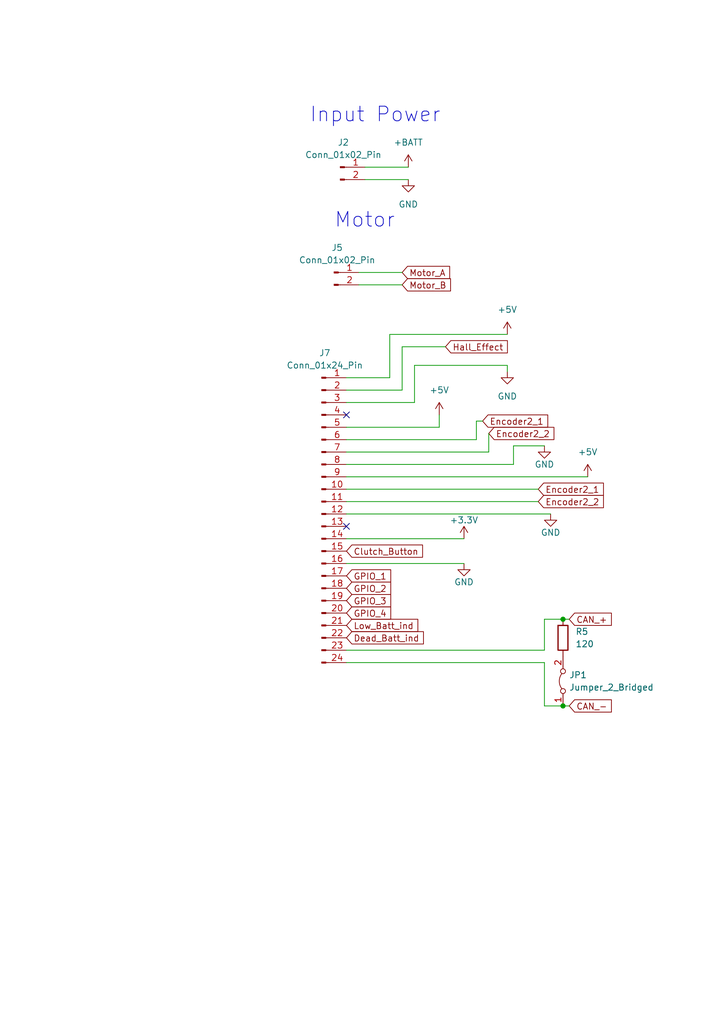
<source format=kicad_sch>
(kicad_sch (version 20230121) (generator eeschema)

  (uuid 9e28fb07-c0c7-4db1-a202-f2d47a5f7eb9)

  (paper "A5" portrait)

  (lib_symbols
    (symbol "Connector:Conn_01x02_Pin" (pin_names (offset 1.016) hide) (in_bom yes) (on_board yes)
      (property "Reference" "J" (at 0 2.54 0)
        (effects (font (size 1.27 1.27)))
      )
      (property "Value" "Conn_01x02_Pin" (at 0 -5.08 0)
        (effects (font (size 1.27 1.27)))
      )
      (property "Footprint" "" (at 0 0 0)
        (effects (font (size 1.27 1.27)) hide)
      )
      (property "Datasheet" "~" (at 0 0 0)
        (effects (font (size 1.27 1.27)) hide)
      )
      (property "ki_locked" "" (at 0 0 0)
        (effects (font (size 1.27 1.27)))
      )
      (property "ki_keywords" "connector" (at 0 0 0)
        (effects (font (size 1.27 1.27)) hide)
      )
      (property "ki_description" "Generic connector, single row, 01x02, script generated" (at 0 0 0)
        (effects (font (size 1.27 1.27)) hide)
      )
      (property "ki_fp_filters" "Connector*:*_1x??_*" (at 0 0 0)
        (effects (font (size 1.27 1.27)) hide)
      )
      (symbol "Conn_01x02_Pin_1_1"
        (polyline
          (pts
            (xy 1.27 -2.54)
            (xy 0.8636 -2.54)
          )
          (stroke (width 0.1524) (type default))
          (fill (type none))
        )
        (polyline
          (pts
            (xy 1.27 0)
            (xy 0.8636 0)
          )
          (stroke (width 0.1524) (type default))
          (fill (type none))
        )
        (rectangle (start 0.8636 -2.413) (end 0 -2.667)
          (stroke (width 0.1524) (type default))
          (fill (type outline))
        )
        (rectangle (start 0.8636 0.127) (end 0 -0.127)
          (stroke (width 0.1524) (type default))
          (fill (type outline))
        )
        (pin passive line (at 5.08 0 180) (length 3.81)
          (name "Pin_1" (effects (font (size 1.27 1.27))))
          (number "1" (effects (font (size 1.27 1.27))))
        )
        (pin passive line (at 5.08 -2.54 180) (length 3.81)
          (name "Pin_2" (effects (font (size 1.27 1.27))))
          (number "2" (effects (font (size 1.27 1.27))))
        )
      )
    )
    (symbol "Connector:Conn_01x24_Pin" (pin_names (offset 1.016) hide) (in_bom yes) (on_board yes)
      (property "Reference" "J" (at 0 30.48 0)
        (effects (font (size 1.27 1.27)))
      )
      (property "Value" "Conn_01x24_Pin" (at 0 -33.02 0)
        (effects (font (size 1.27 1.27)))
      )
      (property "Footprint" "" (at 0 0 0)
        (effects (font (size 1.27 1.27)) hide)
      )
      (property "Datasheet" "~" (at 0 0 0)
        (effects (font (size 1.27 1.27)) hide)
      )
      (property "ki_locked" "" (at 0 0 0)
        (effects (font (size 1.27 1.27)))
      )
      (property "ki_keywords" "connector" (at 0 0 0)
        (effects (font (size 1.27 1.27)) hide)
      )
      (property "ki_description" "Generic connector, single row, 01x24, script generated" (at 0 0 0)
        (effects (font (size 1.27 1.27)) hide)
      )
      (property "ki_fp_filters" "Connector*:*_1x??_*" (at 0 0 0)
        (effects (font (size 1.27 1.27)) hide)
      )
      (symbol "Conn_01x24_Pin_1_1"
        (polyline
          (pts
            (xy 1.27 -30.48)
            (xy 0.8636 -30.48)
          )
          (stroke (width 0.1524) (type default))
          (fill (type none))
        )
        (polyline
          (pts
            (xy 1.27 -27.94)
            (xy 0.8636 -27.94)
          )
          (stroke (width 0.1524) (type default))
          (fill (type none))
        )
        (polyline
          (pts
            (xy 1.27 -25.4)
            (xy 0.8636 -25.4)
          )
          (stroke (width 0.1524) (type default))
          (fill (type none))
        )
        (polyline
          (pts
            (xy 1.27 -22.86)
            (xy 0.8636 -22.86)
          )
          (stroke (width 0.1524) (type default))
          (fill (type none))
        )
        (polyline
          (pts
            (xy 1.27 -20.32)
            (xy 0.8636 -20.32)
          )
          (stroke (width 0.1524) (type default))
          (fill (type none))
        )
        (polyline
          (pts
            (xy 1.27 -17.78)
            (xy 0.8636 -17.78)
          )
          (stroke (width 0.1524) (type default))
          (fill (type none))
        )
        (polyline
          (pts
            (xy 1.27 -15.24)
            (xy 0.8636 -15.24)
          )
          (stroke (width 0.1524) (type default))
          (fill (type none))
        )
        (polyline
          (pts
            (xy 1.27 -12.7)
            (xy 0.8636 -12.7)
          )
          (stroke (width 0.1524) (type default))
          (fill (type none))
        )
        (polyline
          (pts
            (xy 1.27 -10.16)
            (xy 0.8636 -10.16)
          )
          (stroke (width 0.1524) (type default))
          (fill (type none))
        )
        (polyline
          (pts
            (xy 1.27 -7.62)
            (xy 0.8636 -7.62)
          )
          (stroke (width 0.1524) (type default))
          (fill (type none))
        )
        (polyline
          (pts
            (xy 1.27 -5.08)
            (xy 0.8636 -5.08)
          )
          (stroke (width 0.1524) (type default))
          (fill (type none))
        )
        (polyline
          (pts
            (xy 1.27 -2.54)
            (xy 0.8636 -2.54)
          )
          (stroke (width 0.1524) (type default))
          (fill (type none))
        )
        (polyline
          (pts
            (xy 1.27 0)
            (xy 0.8636 0)
          )
          (stroke (width 0.1524) (type default))
          (fill (type none))
        )
        (polyline
          (pts
            (xy 1.27 2.54)
            (xy 0.8636 2.54)
          )
          (stroke (width 0.1524) (type default))
          (fill (type none))
        )
        (polyline
          (pts
            (xy 1.27 5.08)
            (xy 0.8636 5.08)
          )
          (stroke (width 0.1524) (type default))
          (fill (type none))
        )
        (polyline
          (pts
            (xy 1.27 7.62)
            (xy 0.8636 7.62)
          )
          (stroke (width 0.1524) (type default))
          (fill (type none))
        )
        (polyline
          (pts
            (xy 1.27 10.16)
            (xy 0.8636 10.16)
          )
          (stroke (width 0.1524) (type default))
          (fill (type none))
        )
        (polyline
          (pts
            (xy 1.27 12.7)
            (xy 0.8636 12.7)
          )
          (stroke (width 0.1524) (type default))
          (fill (type none))
        )
        (polyline
          (pts
            (xy 1.27 15.24)
            (xy 0.8636 15.24)
          )
          (stroke (width 0.1524) (type default))
          (fill (type none))
        )
        (polyline
          (pts
            (xy 1.27 17.78)
            (xy 0.8636 17.78)
          )
          (stroke (width 0.1524) (type default))
          (fill (type none))
        )
        (polyline
          (pts
            (xy 1.27 20.32)
            (xy 0.8636 20.32)
          )
          (stroke (width 0.1524) (type default))
          (fill (type none))
        )
        (polyline
          (pts
            (xy 1.27 22.86)
            (xy 0.8636 22.86)
          )
          (stroke (width 0.1524) (type default))
          (fill (type none))
        )
        (polyline
          (pts
            (xy 1.27 25.4)
            (xy 0.8636 25.4)
          )
          (stroke (width 0.1524) (type default))
          (fill (type none))
        )
        (polyline
          (pts
            (xy 1.27 27.94)
            (xy 0.8636 27.94)
          )
          (stroke (width 0.1524) (type default))
          (fill (type none))
        )
        (rectangle (start 0.8636 -30.353) (end 0 -30.607)
          (stroke (width 0.1524) (type default))
          (fill (type outline))
        )
        (rectangle (start 0.8636 -27.813) (end 0 -28.067)
          (stroke (width 0.1524) (type default))
          (fill (type outline))
        )
        (rectangle (start 0.8636 -25.273) (end 0 -25.527)
          (stroke (width 0.1524) (type default))
          (fill (type outline))
        )
        (rectangle (start 0.8636 -22.733) (end 0 -22.987)
          (stroke (width 0.1524) (type default))
          (fill (type outline))
        )
        (rectangle (start 0.8636 -20.193) (end 0 -20.447)
          (stroke (width 0.1524) (type default))
          (fill (type outline))
        )
        (rectangle (start 0.8636 -17.653) (end 0 -17.907)
          (stroke (width 0.1524) (type default))
          (fill (type outline))
        )
        (rectangle (start 0.8636 -15.113) (end 0 -15.367)
          (stroke (width 0.1524) (type default))
          (fill (type outline))
        )
        (rectangle (start 0.8636 -12.573) (end 0 -12.827)
          (stroke (width 0.1524) (type default))
          (fill (type outline))
        )
        (rectangle (start 0.8636 -10.033) (end 0 -10.287)
          (stroke (width 0.1524) (type default))
          (fill (type outline))
        )
        (rectangle (start 0.8636 -7.493) (end 0 -7.747)
          (stroke (width 0.1524) (type default))
          (fill (type outline))
        )
        (rectangle (start 0.8636 -4.953) (end 0 -5.207)
          (stroke (width 0.1524) (type default))
          (fill (type outline))
        )
        (rectangle (start 0.8636 -2.413) (end 0 -2.667)
          (stroke (width 0.1524) (type default))
          (fill (type outline))
        )
        (rectangle (start 0.8636 0.127) (end 0 -0.127)
          (stroke (width 0.1524) (type default))
          (fill (type outline))
        )
        (rectangle (start 0.8636 2.667) (end 0 2.413)
          (stroke (width 0.1524) (type default))
          (fill (type outline))
        )
        (rectangle (start 0.8636 5.207) (end 0 4.953)
          (stroke (width 0.1524) (type default))
          (fill (type outline))
        )
        (rectangle (start 0.8636 7.747) (end 0 7.493)
          (stroke (width 0.1524) (type default))
          (fill (type outline))
        )
        (rectangle (start 0.8636 10.287) (end 0 10.033)
          (stroke (width 0.1524) (type default))
          (fill (type outline))
        )
        (rectangle (start 0.8636 12.827) (end 0 12.573)
          (stroke (width 0.1524) (type default))
          (fill (type outline))
        )
        (rectangle (start 0.8636 15.367) (end 0 15.113)
          (stroke (width 0.1524) (type default))
          (fill (type outline))
        )
        (rectangle (start 0.8636 17.907) (end 0 17.653)
          (stroke (width 0.1524) (type default))
          (fill (type outline))
        )
        (rectangle (start 0.8636 20.447) (end 0 20.193)
          (stroke (width 0.1524) (type default))
          (fill (type outline))
        )
        (rectangle (start 0.8636 22.987) (end 0 22.733)
          (stroke (width 0.1524) (type default))
          (fill (type outline))
        )
        (rectangle (start 0.8636 25.527) (end 0 25.273)
          (stroke (width 0.1524) (type default))
          (fill (type outline))
        )
        (rectangle (start 0.8636 28.067) (end 0 27.813)
          (stroke (width 0.1524) (type default))
          (fill (type outline))
        )
        (pin passive line (at 5.08 27.94 180) (length 3.81)
          (name "Pin_1" (effects (font (size 1.27 1.27))))
          (number "1" (effects (font (size 1.27 1.27))))
        )
        (pin passive line (at 5.08 5.08 180) (length 3.81)
          (name "Pin_10" (effects (font (size 1.27 1.27))))
          (number "10" (effects (font (size 1.27 1.27))))
        )
        (pin passive line (at 5.08 2.54 180) (length 3.81)
          (name "Pin_11" (effects (font (size 1.27 1.27))))
          (number "11" (effects (font (size 1.27 1.27))))
        )
        (pin passive line (at 5.08 0 180) (length 3.81)
          (name "Pin_12" (effects (font (size 1.27 1.27))))
          (number "12" (effects (font (size 1.27 1.27))))
        )
        (pin passive line (at 5.08 -2.54 180) (length 3.81)
          (name "Pin_13" (effects (font (size 1.27 1.27))))
          (number "13" (effects (font (size 1.27 1.27))))
        )
        (pin passive line (at 5.08 -5.08 180) (length 3.81)
          (name "Pin_14" (effects (font (size 1.27 1.27))))
          (number "14" (effects (font (size 1.27 1.27))))
        )
        (pin passive line (at 5.08 -7.62 180) (length 3.81)
          (name "Pin_15" (effects (font (size 1.27 1.27))))
          (number "15" (effects (font (size 1.27 1.27))))
        )
        (pin passive line (at 5.08 -10.16 180) (length 3.81)
          (name "Pin_16" (effects (font (size 1.27 1.27))))
          (number "16" (effects (font (size 1.27 1.27))))
        )
        (pin passive line (at 5.08 -12.7 180) (length 3.81)
          (name "Pin_17" (effects (font (size 1.27 1.27))))
          (number "17" (effects (font (size 1.27 1.27))))
        )
        (pin passive line (at 5.08 -15.24 180) (length 3.81)
          (name "Pin_18" (effects (font (size 1.27 1.27))))
          (number "18" (effects (font (size 1.27 1.27))))
        )
        (pin passive line (at 5.08 -17.78 180) (length 3.81)
          (name "Pin_19" (effects (font (size 1.27 1.27))))
          (number "19" (effects (font (size 1.27 1.27))))
        )
        (pin passive line (at 5.08 25.4 180) (length 3.81)
          (name "Pin_2" (effects (font (size 1.27 1.27))))
          (number "2" (effects (font (size 1.27 1.27))))
        )
        (pin passive line (at 5.08 -20.32 180) (length 3.81)
          (name "Pin_20" (effects (font (size 1.27 1.27))))
          (number "20" (effects (font (size 1.27 1.27))))
        )
        (pin passive line (at 5.08 -22.86 180) (length 3.81)
          (name "Pin_21" (effects (font (size 1.27 1.27))))
          (number "21" (effects (font (size 1.27 1.27))))
        )
        (pin passive line (at 5.08 -25.4 180) (length 3.81)
          (name "Pin_22" (effects (font (size 1.27 1.27))))
          (number "22" (effects (font (size 1.27 1.27))))
        )
        (pin passive line (at 5.08 -27.94 180) (length 3.81)
          (name "Pin_23" (effects (font (size 1.27 1.27))))
          (number "23" (effects (font (size 1.27 1.27))))
        )
        (pin passive line (at 5.08 -30.48 180) (length 3.81)
          (name "Pin_24" (effects (font (size 1.27 1.27))))
          (number "24" (effects (font (size 1.27 1.27))))
        )
        (pin passive line (at 5.08 22.86 180) (length 3.81)
          (name "Pin_3" (effects (font (size 1.27 1.27))))
          (number "3" (effects (font (size 1.27 1.27))))
        )
        (pin passive line (at 5.08 20.32 180) (length 3.81)
          (name "Pin_4" (effects (font (size 1.27 1.27))))
          (number "4" (effects (font (size 1.27 1.27))))
        )
        (pin passive line (at 5.08 17.78 180) (length 3.81)
          (name "Pin_5" (effects (font (size 1.27 1.27))))
          (number "5" (effects (font (size 1.27 1.27))))
        )
        (pin passive line (at 5.08 15.24 180) (length 3.81)
          (name "Pin_6" (effects (font (size 1.27 1.27))))
          (number "6" (effects (font (size 1.27 1.27))))
        )
        (pin passive line (at 5.08 12.7 180) (length 3.81)
          (name "Pin_7" (effects (font (size 1.27 1.27))))
          (number "7" (effects (font (size 1.27 1.27))))
        )
        (pin passive line (at 5.08 10.16 180) (length 3.81)
          (name "Pin_8" (effects (font (size 1.27 1.27))))
          (number "8" (effects (font (size 1.27 1.27))))
        )
        (pin passive line (at 5.08 7.62 180) (length 3.81)
          (name "Pin_9" (effects (font (size 1.27 1.27))))
          (number "9" (effects (font (size 1.27 1.27))))
        )
      )
    )
    (symbol "Device:R" (pin_numbers hide) (pin_names (offset 0)) (in_bom yes) (on_board yes)
      (property "Reference" "R" (at 2.032 0 90)
        (effects (font (size 1.27 1.27)))
      )
      (property "Value" "R" (at 0 0 90)
        (effects (font (size 1.27 1.27)))
      )
      (property "Footprint" "" (at -1.778 0 90)
        (effects (font (size 1.27 1.27)) hide)
      )
      (property "Datasheet" "~" (at 0 0 0)
        (effects (font (size 1.27 1.27)) hide)
      )
      (property "ki_keywords" "R res resistor" (at 0 0 0)
        (effects (font (size 1.27 1.27)) hide)
      )
      (property "ki_description" "Resistor" (at 0 0 0)
        (effects (font (size 1.27 1.27)) hide)
      )
      (property "ki_fp_filters" "R_*" (at 0 0 0)
        (effects (font (size 1.27 1.27)) hide)
      )
      (symbol "R_0_1"
        (rectangle (start -1.016 -2.54) (end 1.016 2.54)
          (stroke (width 0.254) (type default))
          (fill (type none))
        )
      )
      (symbol "R_1_1"
        (pin passive line (at 0 3.81 270) (length 1.27)
          (name "~" (effects (font (size 1.27 1.27))))
          (number "1" (effects (font (size 1.27 1.27))))
        )
        (pin passive line (at 0 -3.81 90) (length 1.27)
          (name "~" (effects (font (size 1.27 1.27))))
          (number "2" (effects (font (size 1.27 1.27))))
        )
      )
    )
    (symbol "Jumper:Jumper_2_Bridged" (pin_names (offset 0) hide) (in_bom yes) (on_board yes)
      (property "Reference" "JP" (at 0 1.905 0)
        (effects (font (size 1.27 1.27)))
      )
      (property "Value" "Jumper_2_Bridged" (at 0 -2.54 0)
        (effects (font (size 1.27 1.27)))
      )
      (property "Footprint" "" (at 0 0 0)
        (effects (font (size 1.27 1.27)) hide)
      )
      (property "Datasheet" "~" (at 0 0 0)
        (effects (font (size 1.27 1.27)) hide)
      )
      (property "ki_keywords" "Jumper SPST" (at 0 0 0)
        (effects (font (size 1.27 1.27)) hide)
      )
      (property "ki_description" "Jumper, 2-pole, closed/bridged" (at 0 0 0)
        (effects (font (size 1.27 1.27)) hide)
      )
      (property "ki_fp_filters" "Jumper* TestPoint*2Pads* TestPoint*Bridge*" (at 0 0 0)
        (effects (font (size 1.27 1.27)) hide)
      )
      (symbol "Jumper_2_Bridged_0_0"
        (circle (center -2.032 0) (radius 0.508)
          (stroke (width 0) (type default))
          (fill (type none))
        )
        (circle (center 2.032 0) (radius 0.508)
          (stroke (width 0) (type default))
          (fill (type none))
        )
      )
      (symbol "Jumper_2_Bridged_0_1"
        (arc (start 1.524 0.254) (mid 0 0.762) (end -1.524 0.254)
          (stroke (width 0) (type default))
          (fill (type none))
        )
      )
      (symbol "Jumper_2_Bridged_1_1"
        (pin passive line (at -5.08 0 0) (length 2.54)
          (name "A" (effects (font (size 1.27 1.27))))
          (number "1" (effects (font (size 1.27 1.27))))
        )
        (pin passive line (at 5.08 0 180) (length 2.54)
          (name "B" (effects (font (size 1.27 1.27))))
          (number "2" (effects (font (size 1.27 1.27))))
        )
      )
    )
    (symbol "power:+3.3V" (power) (pin_names (offset 0)) (in_bom yes) (on_board yes)
      (property "Reference" "#PWR" (at 0 -3.81 0)
        (effects (font (size 1.27 1.27)) hide)
      )
      (property "Value" "+3.3V" (at 0 3.556 0)
        (effects (font (size 1.27 1.27)))
      )
      (property "Footprint" "" (at 0 0 0)
        (effects (font (size 1.27 1.27)) hide)
      )
      (property "Datasheet" "" (at 0 0 0)
        (effects (font (size 1.27 1.27)) hide)
      )
      (property "ki_keywords" "global power" (at 0 0 0)
        (effects (font (size 1.27 1.27)) hide)
      )
      (property "ki_description" "Power symbol creates a global label with name \"+3.3V\"" (at 0 0 0)
        (effects (font (size 1.27 1.27)) hide)
      )
      (symbol "+3.3V_0_1"
        (polyline
          (pts
            (xy -0.762 1.27)
            (xy 0 2.54)
          )
          (stroke (width 0) (type default))
          (fill (type none))
        )
        (polyline
          (pts
            (xy 0 0)
            (xy 0 2.54)
          )
          (stroke (width 0) (type default))
          (fill (type none))
        )
        (polyline
          (pts
            (xy 0 2.54)
            (xy 0.762 1.27)
          )
          (stroke (width 0) (type default))
          (fill (type none))
        )
      )
      (symbol "+3.3V_1_1"
        (pin power_in line (at 0 0 90) (length 0) hide
          (name "+3.3V" (effects (font (size 1.27 1.27))))
          (number "1" (effects (font (size 1.27 1.27))))
        )
      )
    )
    (symbol "power:+5V" (power) (pin_names (offset 0)) (in_bom yes) (on_board yes)
      (property "Reference" "#PWR" (at 0 -3.81 0)
        (effects (font (size 1.27 1.27)) hide)
      )
      (property "Value" "+5V" (at 0 3.556 0)
        (effects (font (size 1.27 1.27)))
      )
      (property "Footprint" "" (at 0 0 0)
        (effects (font (size 1.27 1.27)) hide)
      )
      (property "Datasheet" "" (at 0 0 0)
        (effects (font (size 1.27 1.27)) hide)
      )
      (property "ki_keywords" "global power" (at 0 0 0)
        (effects (font (size 1.27 1.27)) hide)
      )
      (property "ki_description" "Power symbol creates a global label with name \"+5V\"" (at 0 0 0)
        (effects (font (size 1.27 1.27)) hide)
      )
      (symbol "+5V_0_1"
        (polyline
          (pts
            (xy -0.762 1.27)
            (xy 0 2.54)
          )
          (stroke (width 0) (type default))
          (fill (type none))
        )
        (polyline
          (pts
            (xy 0 0)
            (xy 0 2.54)
          )
          (stroke (width 0) (type default))
          (fill (type none))
        )
        (polyline
          (pts
            (xy 0 2.54)
            (xy 0.762 1.27)
          )
          (stroke (width 0) (type default))
          (fill (type none))
        )
      )
      (symbol "+5V_1_1"
        (pin power_in line (at 0 0 90) (length 0) hide
          (name "+5V" (effects (font (size 1.27 1.27))))
          (number "1" (effects (font (size 1.27 1.27))))
        )
      )
    )
    (symbol "power:+BATT" (power) (pin_names (offset 0)) (in_bom yes) (on_board yes)
      (property "Reference" "#PWR" (at 0 -3.81 0)
        (effects (font (size 1.27 1.27)) hide)
      )
      (property "Value" "+BATT" (at 0 3.556 0)
        (effects (font (size 1.27 1.27)))
      )
      (property "Footprint" "" (at 0 0 0)
        (effects (font (size 1.27 1.27)) hide)
      )
      (property "Datasheet" "" (at 0 0 0)
        (effects (font (size 1.27 1.27)) hide)
      )
      (property "ki_keywords" "global power battery" (at 0 0 0)
        (effects (font (size 1.27 1.27)) hide)
      )
      (property "ki_description" "Power symbol creates a global label with name \"+BATT\"" (at 0 0 0)
        (effects (font (size 1.27 1.27)) hide)
      )
      (symbol "+BATT_0_1"
        (polyline
          (pts
            (xy -0.762 1.27)
            (xy 0 2.54)
          )
          (stroke (width 0) (type default))
          (fill (type none))
        )
        (polyline
          (pts
            (xy 0 0)
            (xy 0 2.54)
          )
          (stroke (width 0) (type default))
          (fill (type none))
        )
        (polyline
          (pts
            (xy 0 2.54)
            (xy 0.762 1.27)
          )
          (stroke (width 0) (type default))
          (fill (type none))
        )
      )
      (symbol "+BATT_1_1"
        (pin power_in line (at 0 0 90) (length 0) hide
          (name "+BATT" (effects (font (size 1.27 1.27))))
          (number "1" (effects (font (size 1.27 1.27))))
        )
      )
    )
    (symbol "power:GND" (power) (pin_names (offset 0)) (in_bom yes) (on_board yes)
      (property "Reference" "#PWR" (at 0 -6.35 0)
        (effects (font (size 1.27 1.27)) hide)
      )
      (property "Value" "GND" (at 0 -3.81 0)
        (effects (font (size 1.27 1.27)))
      )
      (property "Footprint" "" (at 0 0 0)
        (effects (font (size 1.27 1.27)) hide)
      )
      (property "Datasheet" "" (at 0 0 0)
        (effects (font (size 1.27 1.27)) hide)
      )
      (property "ki_keywords" "global power" (at 0 0 0)
        (effects (font (size 1.27 1.27)) hide)
      )
      (property "ki_description" "Power symbol creates a global label with name \"GND\" , ground" (at 0 0 0)
        (effects (font (size 1.27 1.27)) hide)
      )
      (symbol "GND_0_1"
        (polyline
          (pts
            (xy 0 0)
            (xy 0 -1.27)
            (xy 1.27 -1.27)
            (xy 0 -2.54)
            (xy -1.27 -1.27)
            (xy 0 -1.27)
          )
          (stroke (width 0) (type default))
          (fill (type none))
        )
      )
      (symbol "GND_1_1"
        (pin power_in line (at 0 0 270) (length 0) hide
          (name "GND" (effects (font (size 1.27 1.27))))
          (number "1" (effects (font (size 1.27 1.27))))
        )
      )
    )
  )

  (junction (at 115.57 144.78) (diameter 0) (color 0 0 0 0)
    (uuid 576eb7fc-53d4-460b-9b8c-867ead0f3111)
  )
  (junction (at 115.57 127) (diameter 0) (color 0 0 0 0)
    (uuid e5c21476-3b3d-4b85-a19e-68d3c74ecffb)
  )

  (no_connect (at 71.12 107.95) (uuid 9262105b-4f90-459b-b4ed-391d4e898f2d))
  (no_connect (at 71.12 85.09) (uuid d967b0e7-92e4-46a1-af4b-8893f0ce6428))

  (wire (pts (xy 111.76 133.35) (xy 111.76 127))
    (stroke (width 0) (type default))
    (uuid 008df9c7-8172-4f24-b3ea-7174c1c0b108)
  )
  (wire (pts (xy 90.17 87.63) (xy 71.12 87.63))
    (stroke (width 0) (type default))
    (uuid 00a07faf-17bd-4b7e-b556-a3292c372b29)
  )
  (wire (pts (xy 71.12 105.41) (xy 113.03 105.41))
    (stroke (width 0) (type default))
    (uuid 086238cc-36dd-4207-8a81-cc8f4f47c5eb)
  )
  (wire (pts (xy 71.12 100.33) (xy 110.49 100.33))
    (stroke (width 0) (type default))
    (uuid 0a49b005-d8ee-42a4-ba8c-72c3d3cd1888)
  )
  (wire (pts (xy 73.66 55.88) (xy 82.55 55.88))
    (stroke (width 0) (type default))
    (uuid 10f000a2-3be4-4837-b212-5d71faafa2ba)
  )
  (wire (pts (xy 90.17 85.09) (xy 90.17 87.63))
    (stroke (width 0) (type default))
    (uuid 286bf02d-91ce-478a-bf9c-c5d4de243971)
  )
  (wire (pts (xy 71.12 110.49) (xy 95.25 110.49))
    (stroke (width 0) (type default))
    (uuid 2e3415f4-0a24-4909-8941-95239312360b)
  )
  (wire (pts (xy 100.33 88.9) (xy 100.33 92.71))
    (stroke (width 0) (type default))
    (uuid 3b2f4164-28e4-4429-8e0d-4840de298423)
  )
  (wire (pts (xy 97.79 86.36) (xy 97.79 90.17))
    (stroke (width 0) (type default))
    (uuid 3beaafe1-7a69-4e95-a417-fa447a887b41)
  )
  (wire (pts (xy 100.33 92.71) (xy 71.12 92.71))
    (stroke (width 0) (type default))
    (uuid 40aae0ff-15ea-47ff-9eef-63aedde360d8)
  )
  (wire (pts (xy 73.66 58.42) (xy 82.55 58.42))
    (stroke (width 0) (type default))
    (uuid 44e1edc8-41cb-4cb7-8a21-5963908e7d6d)
  )
  (wire (pts (xy 111.76 144.78) (xy 111.76 135.89))
    (stroke (width 0) (type default))
    (uuid 50df8b39-4376-45c2-8be8-9117145ba7bf)
  )
  (wire (pts (xy 104.14 68.58) (xy 80.01 68.58))
    (stroke (width 0) (type default))
    (uuid 52230000-bc3a-4636-b106-8aa975e4d8d1)
  )
  (wire (pts (xy 111.76 127) (xy 115.57 127))
    (stroke (width 0) (type default))
    (uuid 562d818c-6ca4-4f7d-9057-4ec38df4c95b)
  )
  (wire (pts (xy 71.12 82.55) (xy 85.09 82.55))
    (stroke (width 0) (type default))
    (uuid 5aa2ddd1-0e22-4f2a-b6af-fcf8201e49ac)
  )
  (wire (pts (xy 111.76 91.44) (xy 105.41 91.44))
    (stroke (width 0) (type default))
    (uuid 604d9c76-c225-43c3-bfa3-ba99c3160a3c)
  )
  (wire (pts (xy 85.09 82.55) (xy 85.09 74.93))
    (stroke (width 0) (type default))
    (uuid 63d189cb-3c6a-47c4-b8ce-b4cb56e87c44)
  )
  (wire (pts (xy 74.93 34.29) (xy 83.82 34.29))
    (stroke (width 0) (type default))
    (uuid 67a8e0e2-c0a0-42ca-a605-9f2c53a69c91)
  )
  (wire (pts (xy 115.57 144.78) (xy 116.84 144.78))
    (stroke (width 0) (type default))
    (uuid 69b9ba08-3c49-46f8-acd6-fae0b14d1af9)
  )
  (wire (pts (xy 74.93 36.83) (xy 83.82 36.83))
    (stroke (width 0) (type default))
    (uuid 6aa7e40a-4a57-467b-ad8f-520a52afe6a0)
  )
  (wire (pts (xy 105.41 91.44) (xy 105.41 95.25))
    (stroke (width 0) (type default))
    (uuid 6e86a584-8ea5-4830-a997-f4cc70c5cea3)
  )
  (wire (pts (xy 105.41 95.25) (xy 71.12 95.25))
    (stroke (width 0) (type default))
    (uuid 6fd02a3c-de6c-4465-ab9d-f4f06b391727)
  )
  (wire (pts (xy 91.44 71.12) (xy 82.55 71.12))
    (stroke (width 0) (type default))
    (uuid 73a1fe1d-abb7-430e-8dc0-4e7abf79723a)
  )
  (wire (pts (xy 80.01 77.47) (xy 71.12 77.47))
    (stroke (width 0) (type default))
    (uuid 80d0a714-4e9f-441a-9e39-1a44b3848995)
  )
  (wire (pts (xy 115.57 127) (xy 116.84 127))
    (stroke (width 0) (type default))
    (uuid 8c765f8c-c826-4665-a50d-4c0fd87afd0a)
  )
  (wire (pts (xy 71.12 97.79) (xy 120.65 97.79))
    (stroke (width 0) (type default))
    (uuid 96171a8c-0c94-4ebc-b0df-e83edefc4624)
  )
  (wire (pts (xy 71.12 115.57) (xy 95.25 115.57))
    (stroke (width 0) (type default))
    (uuid aa03cf7d-33f8-4d03-9bc8-0a15cb31a3e6)
  )
  (wire (pts (xy 111.76 144.78) (xy 115.57 144.78))
    (stroke (width 0) (type default))
    (uuid b30a5eca-84d5-486e-ba69-06e7630d188c)
  )
  (wire (pts (xy 71.12 102.87) (xy 110.49 102.87))
    (stroke (width 0) (type default))
    (uuid bfe55027-ea2f-44b5-8b4d-c3da30d0551f)
  )
  (wire (pts (xy 80.01 68.58) (xy 80.01 77.47))
    (stroke (width 0) (type default))
    (uuid cb578860-199b-4cf6-8dba-5774233095e0)
  )
  (wire (pts (xy 99.06 86.36) (xy 97.79 86.36))
    (stroke (width 0) (type default))
    (uuid d7cbd3c9-978c-4c41-8bb7-57e50eec3e53)
  )
  (wire (pts (xy 111.76 135.89) (xy 71.12 135.89))
    (stroke (width 0) (type default))
    (uuid dffec273-3141-43f5-a682-40dfc3669a1d)
  )
  (wire (pts (xy 82.55 71.12) (xy 82.55 80.01))
    (stroke (width 0) (type default))
    (uuid e0e8361f-5216-4892-98d2-ac3f2540e4d9)
  )
  (wire (pts (xy 71.12 133.35) (xy 111.76 133.35))
    (stroke (width 0) (type default))
    (uuid e7390364-f9b4-4380-a181-ab6f5a212623)
  )
  (wire (pts (xy 104.14 74.93) (xy 104.14 76.2))
    (stroke (width 0) (type default))
    (uuid e957ece3-0373-4c84-8fe7-961c69c694ed)
  )
  (wire (pts (xy 82.55 80.01) (xy 71.12 80.01))
    (stroke (width 0) (type default))
    (uuid ee8ace78-7843-49e2-830e-2ff8324f8981)
  )
  (wire (pts (xy 85.09 74.93) (xy 104.14 74.93))
    (stroke (width 0) (type default))
    (uuid f3a9dec9-cf3a-4361-a5ce-241f9111d356)
  )
  (wire (pts (xy 97.79 90.17) (xy 71.12 90.17))
    (stroke (width 0) (type default))
    (uuid f8a82e95-ae07-4108-9c22-9c576ea4b054)
  )

  (text "Input Power" (at 63.5 25.4 0)
    (effects (font (size 3 3)) (justify left bottom))
    (uuid 0cb46676-20d6-4cd2-8f7a-cd0df5d0564a)
  )
  (text "Motor" (at 68.58 46.99 0)
    (effects (font (size 3 3)) (justify left bottom))
    (uuid 28e3a921-4ba4-4ae0-af9f-d402a15fdad8)
  )

  (global_label "GPIO_1" (shape input) (at 71.12 118.11 0) (fields_autoplaced)
    (effects (font (size 1.27 1.27)) (justify left))
    (uuid 12446bb3-facc-489e-ac6f-3671fe250c70)
    (property "Intersheetrefs" "${INTERSHEET_REFS}" (at 80.7576 118.11 0)
      (effects (font (size 1.27 1.27)) (justify left) hide)
    )
  )
  (global_label "GPIO_4" (shape input) (at 71.12 125.73 0) (fields_autoplaced)
    (effects (font (size 1.27 1.27)) (justify left))
    (uuid 1a632446-fabc-4a01-b40d-784db7cab17c)
    (property "Intersheetrefs" "${INTERSHEET_REFS}" (at 80.7576 125.73 0)
      (effects (font (size 1.27 1.27)) (justify left) hide)
    )
  )
  (global_label "Dead_Batt_ind" (shape input) (at 71.12 130.81 0) (fields_autoplaced)
    (effects (font (size 1.27 1.27)) (justify left))
    (uuid 25a04b7b-e895-4ddc-8e22-a5df8ae50d17)
    (property "Intersheetrefs" "${INTERSHEET_REFS}" (at 87.4702 130.81 0)
      (effects (font (size 1.27 1.27)) (justify left) hide)
    )
  )
  (global_label "CAN_-" (shape input) (at 116.84 144.78 0) (fields_autoplaced)
    (effects (font (size 1.27 1.27)) (justify left))
    (uuid 54e9aad4-8152-4f33-ad6f-5f5a7d8cae62)
    (property "Intersheetrefs" "${INTERSHEET_REFS}" (at 126.0543 144.78 0)
      (effects (font (size 1.27 1.27)) (justify left) hide)
    )
  )
  (global_label "Encoder2_2" (shape input) (at 110.49 102.87 0) (fields_autoplaced)
    (effects (font (size 1.27 1.27)) (justify left))
    (uuid 56bb63d7-1180-4d22-9daf-2c03c7315a62)
    (property "Intersheetrefs" "${INTERSHEET_REFS}" (at 124.4212 102.87 0)
      (effects (font (size 1.27 1.27)) (justify left) hide)
    )
  )
  (global_label "GPIO_3" (shape input) (at 71.12 123.19 0) (fields_autoplaced)
    (effects (font (size 1.27 1.27)) (justify left))
    (uuid 62bd2d7c-7296-4d4e-911b-f998e7aa28ce)
    (property "Intersheetrefs" "${INTERSHEET_REFS}" (at 80.7576 123.19 0)
      (effects (font (size 1.27 1.27)) (justify left) hide)
    )
  )
  (global_label "Motor_B" (shape input) (at 82.55 58.42 0) (fields_autoplaced)
    (effects (font (size 1.27 1.27)) (justify left))
    (uuid 6978ddf5-80ae-4c14-a46a-3e820398789b)
    (property "Intersheetrefs" "${INTERSHEET_REFS}" (at 93.0341 58.42 0)
      (effects (font (size 1.27 1.27)) (justify left) hide)
    )
  )
  (global_label "Encoder2_1" (shape input) (at 110.49 100.33 0) (fields_autoplaced)
    (effects (font (size 1.27 1.27)) (justify left))
    (uuid 9a64dd77-361e-4441-84b7-38bd171b22ce)
    (property "Intersheetrefs" "${INTERSHEET_REFS}" (at 124.4212 100.33 0)
      (effects (font (size 1.27 1.27)) (justify left) hide)
    )
  )
  (global_label "CAN_+" (shape input) (at 116.84 127 0) (fields_autoplaced)
    (effects (font (size 1.27 1.27)) (justify left))
    (uuid a26717f3-758a-40fa-9924-8ca0d19f10ed)
    (property "Intersheetrefs" "${INTERSHEET_REFS}" (at 126.0543 127 0)
      (effects (font (size 1.27 1.27)) (justify left) hide)
    )
  )
  (global_label "Encoder2_1" (shape input) (at 99.06 86.36 0) (fields_autoplaced)
    (effects (font (size 1.27 1.27)) (justify left))
    (uuid b6755c5c-1223-494d-9daa-fbfb00043e15)
    (property "Intersheetrefs" "${INTERSHEET_REFS}" (at 112.9912 86.36 0)
      (effects (font (size 1.27 1.27)) (justify left) hide)
    )
  )
  (global_label "Encoder2_2" (shape input) (at 100.33 88.9 0) (fields_autoplaced)
    (effects (font (size 1.27 1.27)) (justify left))
    (uuid bacfe0d5-1b97-4387-8f27-82e96b11cd9d)
    (property "Intersheetrefs" "${INTERSHEET_REFS}" (at 114.2612 88.9 0)
      (effects (font (size 1.27 1.27)) (justify left) hide)
    )
  )
  (global_label "Hall_Effect" (shape input) (at 91.44 71.12 0) (fields_autoplaced)
    (effects (font (size 1.27 1.27)) (justify left))
    (uuid cef3f030-bbf5-4bcf-ace0-dc3ec628428f)
    (property "Intersheetrefs" "${INTERSHEET_REFS}" (at 104.706 71.12 0)
      (effects (font (size 1.27 1.27)) (justify left) hide)
    )
  )
  (global_label "GPIO_2" (shape input) (at 71.12 120.65 0) (fields_autoplaced)
    (effects (font (size 1.27 1.27)) (justify left))
    (uuid d52294e7-0156-425b-b1b7-cd991037d087)
    (property "Intersheetrefs" "${INTERSHEET_REFS}" (at 80.7576 120.65 0)
      (effects (font (size 1.27 1.27)) (justify left) hide)
    )
  )
  (global_label "Motor_A" (shape input) (at 82.55 55.88 0) (fields_autoplaced)
    (effects (font (size 1.27 1.27)) (justify left))
    (uuid d9ec3a19-3aa1-4798-80d0-e4eb1767bf84)
    (property "Intersheetrefs" "${INTERSHEET_REFS}" (at 92.8527 55.88 0)
      (effects (font (size 1.27 1.27)) (justify left) hide)
    )
  )
  (global_label "Clutch_Button" (shape input) (at 71.12 113.03 0) (fields_autoplaced)
    (effects (font (size 1.27 1.27)) (justify left))
    (uuid db557c1d-2aaf-46c2-af66-72f36218ceb0)
    (property "Intersheetrefs" "${INTERSHEET_REFS}" (at 87.2887 113.03 0)
      (effects (font (size 1.27 1.27)) (justify left) hide)
    )
  )
  (global_label "Low_Batt_ind" (shape input) (at 71.12 128.27 0) (fields_autoplaced)
    (effects (font (size 1.27 1.27)) (justify left))
    (uuid e33e57f6-22c8-4bb6-93ba-d1c139c7ebe0)
    (property "Intersheetrefs" "${INTERSHEET_REFS}" (at 86.3212 128.27 0)
      (effects (font (size 1.27 1.27)) (justify left) hide)
    )
  )

  (symbol (lib_id "power:GND") (at 104.14 76.2 0) (mirror y) (unit 1)
    (in_bom yes) (on_board yes) (dnp no) (fields_autoplaced)
    (uuid 0e528a9f-f85b-49d0-802d-2072447e32fb)
    (property "Reference" "#PWR061" (at 104.14 82.55 0)
      (effects (font (size 1.27 1.27)) hide)
    )
    (property "Value" "GND" (at 104.14 81.28 0)
      (effects (font (size 1.27 1.27)))
    )
    (property "Footprint" "" (at 104.14 76.2 0)
      (effects (font (size 1.27 1.27)) hide)
    )
    (property "Datasheet" "" (at 104.14 76.2 0)
      (effects (font (size 1.27 1.27)) hide)
    )
    (pin "1" (uuid 6a7ca103-e59e-4283-b418-3dcdeb49b2cc))
    (instances
      (project "Baja_ECVT_controller"
        (path "/c079eab7-726a-471f-be62-709191f368a5/3c5a8900-b717-4c61-86e1-1d78ede83913"
          (reference "#PWR061") (unit 1)
        )
      )
    )
  )

  (symbol (lib_id "power:GND") (at 111.76 91.44 0) (mirror y) (unit 1)
    (in_bom yes) (on_board yes) (dnp no)
    (uuid 26cae01c-f842-4ec3-a676-9ba166a03029)
    (property "Reference" "#PWR063" (at 111.76 97.79 0)
      (effects (font (size 1.27 1.27)) hide)
    )
    (property "Value" "GND" (at 111.76 95.25 0)
      (effects (font (size 1.27 1.27)))
    )
    (property "Footprint" "" (at 111.76 91.44 0)
      (effects (font (size 1.27 1.27)) hide)
    )
    (property "Datasheet" "" (at 111.76 91.44 0)
      (effects (font (size 1.27 1.27)) hide)
    )
    (pin "1" (uuid bcf72c3e-f57f-444f-8491-69089ad0fed3))
    (instances
      (project "Baja_ECVT_controller"
        (path "/c079eab7-726a-471f-be62-709191f368a5/3c5a8900-b717-4c61-86e1-1d78ede83913"
          (reference "#PWR063") (unit 1)
        )
      )
    )
  )

  (symbol (lib_id "Connector:Conn_01x24_Pin") (at 66.04 105.41 0) (unit 1)
    (in_bom yes) (on_board yes) (dnp no) (fields_autoplaced)
    (uuid 3b51b54d-fb0c-4c44-8205-6df25ba02e75)
    (property "Reference" "J7" (at 66.675 72.39 0)
      (effects (font (size 1.27 1.27)))
    )
    (property "Value" "Conn_01x24_Pin" (at 66.675 74.93 0)
      (effects (font (size 1.27 1.27)))
    )
    (property "Footprint" "" (at 66.04 105.41 0)
      (effects (font (size 1.27 1.27)) hide)
    )
    (property "Datasheet" "~" (at 66.04 105.41 0)
      (effects (font (size 1.27 1.27)) hide)
    )
    (pin "7" (uuid 9fd0a178-2ec6-4083-a446-e623c5eb3e7a))
    (pin "18" (uuid 7edfadc4-510f-4382-b80b-bb1e0be4bc10))
    (pin "20" (uuid 0e17b62e-7f9e-4dab-b088-f5c15ae92742))
    (pin "3" (uuid 2be37188-9c64-45c7-8c2a-f31bb7167a5f))
    (pin "10" (uuid 90c253b9-16dc-4266-bcf1-e78087a68495))
    (pin "21" (uuid 0ec94865-86a6-4946-99af-4cdafc8f57a2))
    (pin "15" (uuid 969430d9-d1c7-4e39-a8ee-8e420aaf17e5))
    (pin "13" (uuid 848f3d09-64fd-430f-a7be-4c38b051e06a))
    (pin "6" (uuid 4d3d3d05-10de-496d-b29a-0e4f4dc92b20))
    (pin "24" (uuid 74bb5f37-1f0e-4140-a4a1-6635efd89522))
    (pin "16" (uuid b0532642-6eb7-4450-a3b5-ffa6850d1ba9))
    (pin "5" (uuid 7300129d-2d25-4c34-b38b-1c53a25f56eb))
    (pin "9" (uuid 1142a85a-90ce-4d1f-a4f1-3dbd2913d591))
    (pin "12" (uuid 7fae6c5f-4aff-42e6-a04a-1545f2284a71))
    (pin "11" (uuid b10343b5-8d1f-46d3-bc85-1a3febfc0c5e))
    (pin "2" (uuid e4a2f842-5098-4ffd-9579-bd34fe571830))
    (pin "8" (uuid 4f37a96c-c2a2-4ac6-ab12-7da6c7fbaa02))
    (pin "4" (uuid 0b811c9d-f19c-42c4-a79b-4ac8a135e7e9))
    (pin "1" (uuid 99f873df-18e0-458b-aa8b-1aa09620a500))
    (pin "23" (uuid 129d4ba2-e518-4106-b4bc-2b2f221b276c))
    (pin "14" (uuid d2adf404-7a2c-426e-9ae0-c837dde53eac))
    (pin "17" (uuid fba5bf9a-056d-4218-bfd0-24e41939097e))
    (pin "19" (uuid 4c3d9966-0b15-4db3-8ec1-5ac5b91ef738))
    (pin "22" (uuid b52d8a5e-498f-40a6-a8ba-102fbe7442ec))
    (instances
      (project "Baja_ECVT_controller"
        (path "/c079eab7-726a-471f-be62-709191f368a5/3c5a8900-b717-4c61-86e1-1d78ede83913"
          (reference "J7") (unit 1)
        )
      )
    )
  )

  (symbol (lib_id "Device:R") (at 115.57 130.81 0) (unit 1)
    (in_bom yes) (on_board yes) (dnp no) (fields_autoplaced)
    (uuid 3cf3e59f-4034-499e-8eed-8d3318214d44)
    (property "Reference" "R5" (at 118.11 129.54 0)
      (effects (font (size 1.27 1.27)) (justify left))
    )
    (property "Value" "120" (at 118.11 132.08 0)
      (effects (font (size 1.27 1.27)) (justify left))
    )
    (property "Footprint" "" (at 113.792 130.81 90)
      (effects (font (size 1.27 1.27)) hide)
    )
    (property "Datasheet" "~" (at 115.57 130.81 0)
      (effects (font (size 1.27 1.27)) hide)
    )
    (pin "2" (uuid 989b5e96-742c-43f3-a26a-7f30c7380164))
    (pin "1" (uuid c687b351-4394-4c08-839f-a3abc3ec559e))
    (instances
      (project "Baja_ECVT_controller"
        (path "/c079eab7-726a-471f-be62-709191f368a5/3c5a8900-b717-4c61-86e1-1d78ede83913"
          (reference "R5") (unit 1)
        )
      )
    )
  )

  (symbol (lib_id "power:+BATT") (at 83.82 34.29 0) (unit 1)
    (in_bom yes) (on_board yes) (dnp no) (fields_autoplaced)
    (uuid 3f958b94-62f4-47b2-80a0-04331ea690e2)
    (property "Reference" "#PWR059" (at 83.82 38.1 0)
      (effects (font (size 1.27 1.27)) hide)
    )
    (property "Value" "+BATT" (at 83.82 29.21 0)
      (effects (font (size 1.27 1.27)))
    )
    (property "Footprint" "" (at 83.82 34.29 0)
      (effects (font (size 1.27 1.27)) hide)
    )
    (property "Datasheet" "" (at 83.82 34.29 0)
      (effects (font (size 1.27 1.27)) hide)
    )
    (pin "1" (uuid 024da8a7-9fbc-44c8-8558-8f17621680ca))
    (instances
      (project "Baja_ECVT_controller"
        (path "/c079eab7-726a-471f-be62-709191f368a5/3c5a8900-b717-4c61-86e1-1d78ede83913"
          (reference "#PWR059") (unit 1)
        )
      )
    )
  )

  (symbol (lib_id "power:+3.3V") (at 95.25 110.49 0) (unit 1)
    (in_bom yes) (on_board yes) (dnp no)
    (uuid 47e4197f-e6b5-4cb4-9672-7a75801271e8)
    (property "Reference" "#PWR066" (at 95.25 114.3 0)
      (effects (font (size 1.27 1.27)) hide)
    )
    (property "Value" "+3.3V" (at 95.25 106.68 0)
      (effects (font (size 1.27 1.27)))
    )
    (property "Footprint" "" (at 95.25 110.49 0)
      (effects (font (size 1.27 1.27)) hide)
    )
    (property "Datasheet" "" (at 95.25 110.49 0)
      (effects (font (size 1.27 1.27)) hide)
    )
    (pin "1" (uuid 99eab4a4-d6b3-41cc-9cd3-63897c5fb76d))
    (instances
      (project "Baja_ECVT_controller"
        (path "/c079eab7-726a-471f-be62-709191f368a5/3c5a8900-b717-4c61-86e1-1d78ede83913"
          (reference "#PWR066") (unit 1)
        )
      )
    )
  )

  (symbol (lib_id "power:+5V") (at 104.14 68.58 0) (mirror y) (unit 1)
    (in_bom yes) (on_board yes) (dnp no) (fields_autoplaced)
    (uuid 66c7118d-3f4c-4485-89ab-3ea6427734dc)
    (property "Reference" "#PWR047" (at 104.14 72.39 0)
      (effects (font (size 1.27 1.27)) hide)
    )
    (property "Value" "+5V" (at 104.14 63.5 0)
      (effects (font (size 1.27 1.27)))
    )
    (property "Footprint" "" (at 104.14 68.58 0)
      (effects (font (size 1.27 1.27)) hide)
    )
    (property "Datasheet" "" (at 104.14 68.58 0)
      (effects (font (size 1.27 1.27)) hide)
    )
    (pin "1" (uuid 5b0f82a5-79f0-4346-ac15-4ab3e1e74183))
    (instances
      (project "Baja_ECVT_controller"
        (path "/c079eab7-726a-471f-be62-709191f368a5"
          (reference "#PWR047") (unit 1)
        )
        (path "/c079eab7-726a-471f-be62-709191f368a5/8edc8e53-181b-40a8-93f6-d6419ab215f0"
          (reference "#PWR047") (unit 1)
        )
        (path "/c079eab7-726a-471f-be62-709191f368a5/3c5a8900-b717-4c61-86e1-1d78ede83913"
          (reference "#PWR060") (unit 1)
        )
      )
    )
  )

  (symbol (lib_id "power:+5V") (at 90.17 85.09 0) (mirror y) (unit 1)
    (in_bom yes) (on_board yes) (dnp no) (fields_autoplaced)
    (uuid 7f719b30-b8dd-475c-a754-4e149fa105db)
    (property "Reference" "#PWR047" (at 90.17 88.9 0)
      (effects (font (size 1.27 1.27)) hide)
    )
    (property "Value" "+5V" (at 90.17 80.01 0)
      (effects (font (size 1.27 1.27)))
    )
    (property "Footprint" "" (at 90.17 85.09 0)
      (effects (font (size 1.27 1.27)) hide)
    )
    (property "Datasheet" "" (at 90.17 85.09 0)
      (effects (font (size 1.27 1.27)) hide)
    )
    (pin "1" (uuid 2e47f6b9-29bd-453f-8b82-ea90669cf1b9))
    (instances
      (project "Baja_ECVT_controller"
        (path "/c079eab7-726a-471f-be62-709191f368a5"
          (reference "#PWR047") (unit 1)
        )
        (path "/c079eab7-726a-471f-be62-709191f368a5/8edc8e53-181b-40a8-93f6-d6419ab215f0"
          (reference "#PWR047") (unit 1)
        )
        (path "/c079eab7-726a-471f-be62-709191f368a5/3c5a8900-b717-4c61-86e1-1d78ede83913"
          (reference "#PWR062") (unit 1)
        )
      )
    )
  )

  (symbol (lib_id "Connector:Conn_01x02_Pin") (at 69.85 34.29 0) (unit 1)
    (in_bom yes) (on_board yes) (dnp no) (fields_autoplaced)
    (uuid 867b639c-871d-40de-92e1-4299d53e4ecc)
    (property "Reference" "J2" (at 70.485 29.21 0)
      (effects (font (size 1.27 1.27)))
    )
    (property "Value" "Conn_01x02_Pin" (at 70.485 31.75 0)
      (effects (font (size 1.27 1.27)))
    )
    (property "Footprint" "" (at 69.85 34.29 0)
      (effects (font (size 1.27 1.27)) hide)
    )
    (property "Datasheet" "~" (at 69.85 34.29 0)
      (effects (font (size 1.27 1.27)) hide)
    )
    (pin "1" (uuid b476d2ca-e9b6-4516-834c-5bd5b45b1f74))
    (pin "2" (uuid ea14f6f7-5a1d-49dd-90f5-e3ec2cb366ed))
    (instances
      (project "Baja_ECVT_controller"
        (path "/c079eab7-726a-471f-be62-709191f368a5/3c5a8900-b717-4c61-86e1-1d78ede83913"
          (reference "J2") (unit 1)
        )
      )
    )
  )

  (symbol (lib_id "power:+5V") (at 120.65 97.79 0) (mirror y) (unit 1)
    (in_bom yes) (on_board yes) (dnp no) (fields_autoplaced)
    (uuid 9755d98a-0c4e-448b-b0a4-bf31709e06e2)
    (property "Reference" "#PWR047" (at 120.65 101.6 0)
      (effects (font (size 1.27 1.27)) hide)
    )
    (property "Value" "+5V" (at 120.65 92.71 0)
      (effects (font (size 1.27 1.27)))
    )
    (property "Footprint" "" (at 120.65 97.79 0)
      (effects (font (size 1.27 1.27)) hide)
    )
    (property "Datasheet" "" (at 120.65 97.79 0)
      (effects (font (size 1.27 1.27)) hide)
    )
    (pin "1" (uuid 3a567ec8-8ea8-4bc2-bfa1-f07186debec1))
    (instances
      (project "Baja_ECVT_controller"
        (path "/c079eab7-726a-471f-be62-709191f368a5"
          (reference "#PWR047") (unit 1)
        )
        (path "/c079eab7-726a-471f-be62-709191f368a5/8edc8e53-181b-40a8-93f6-d6419ab215f0"
          (reference "#PWR047") (unit 1)
        )
        (path "/c079eab7-726a-471f-be62-709191f368a5/3c5a8900-b717-4c61-86e1-1d78ede83913"
          (reference "#PWR064") (unit 1)
        )
      )
    )
  )

  (symbol (lib_id "Connector:Conn_01x02_Pin") (at 68.58 55.88 0) (unit 1)
    (in_bom yes) (on_board yes) (dnp no) (fields_autoplaced)
    (uuid bbab85c9-1bc3-4c9d-a452-1070e7630798)
    (property "Reference" "J5" (at 69.215 50.8 0)
      (effects (font (size 1.27 1.27)))
    )
    (property "Value" "Conn_01x02_Pin" (at 69.215 53.34 0)
      (effects (font (size 1.27 1.27)))
    )
    (property "Footprint" "" (at 68.58 55.88 0)
      (effects (font (size 1.27 1.27)) hide)
    )
    (property "Datasheet" "~" (at 68.58 55.88 0)
      (effects (font (size 1.27 1.27)) hide)
    )
    (pin "1" (uuid 4cb41fd5-6097-4982-bb5c-3068a8a0bfd8))
    (pin "2" (uuid 2df1b6e1-f3dc-47e3-a26b-3e439d4ecd8d))
    (instances
      (project "Baja_ECVT_controller"
        (path "/c079eab7-726a-471f-be62-709191f368a5/3c5a8900-b717-4c61-86e1-1d78ede83913"
          (reference "J5") (unit 1)
        )
      )
    )
  )

  (symbol (lib_id "power:GND") (at 95.25 115.57 0) (mirror y) (unit 1)
    (in_bom yes) (on_board yes) (dnp no)
    (uuid c3b68f1f-ce85-4723-a785-69541fe88b05)
    (property "Reference" "#PWR067" (at 95.25 121.92 0)
      (effects (font (size 1.27 1.27)) hide)
    )
    (property "Value" "GND" (at 95.25 119.38 0)
      (effects (font (size 1.27 1.27)))
    )
    (property "Footprint" "" (at 95.25 115.57 0)
      (effects (font (size 1.27 1.27)) hide)
    )
    (property "Datasheet" "" (at 95.25 115.57 0)
      (effects (font (size 1.27 1.27)) hide)
    )
    (pin "1" (uuid 226af6fc-01e2-4714-835c-97394e5f3631))
    (instances
      (project "Baja_ECVT_controller"
        (path "/c079eab7-726a-471f-be62-709191f368a5/3c5a8900-b717-4c61-86e1-1d78ede83913"
          (reference "#PWR067") (unit 1)
        )
      )
    )
  )

  (symbol (lib_id "power:GND") (at 113.03 105.41 0) (mirror y) (unit 1)
    (in_bom yes) (on_board yes) (dnp no)
    (uuid e0a93f12-1df0-4f48-ae8d-926ad41b97fa)
    (property "Reference" "#PWR065" (at 113.03 111.76 0)
      (effects (font (size 1.27 1.27)) hide)
    )
    (property "Value" "GND" (at 113.03 109.22 0)
      (effects (font (size 1.27 1.27)))
    )
    (property "Footprint" "" (at 113.03 105.41 0)
      (effects (font (size 1.27 1.27)) hide)
    )
    (property "Datasheet" "" (at 113.03 105.41 0)
      (effects (font (size 1.27 1.27)) hide)
    )
    (pin "1" (uuid 620b949d-f0fd-43ef-8a9f-f1ef1bcc45dd))
    (instances
      (project "Baja_ECVT_controller"
        (path "/c079eab7-726a-471f-be62-709191f368a5/3c5a8900-b717-4c61-86e1-1d78ede83913"
          (reference "#PWR065") (unit 1)
        )
      )
    )
  )

  (symbol (lib_id "Jumper:Jumper_2_Bridged") (at 115.57 139.7 90) (unit 1)
    (in_bom yes) (on_board yes) (dnp no) (fields_autoplaced)
    (uuid e12c1721-d11c-46e3-a59a-7a7305088e11)
    (property "Reference" "JP1" (at 116.84 138.43 90)
      (effects (font (size 1.27 1.27)) (justify right))
    )
    (property "Value" "Jumper_2_Bridged" (at 116.84 140.97 90)
      (effects (font (size 1.27 1.27)) (justify right))
    )
    (property "Footprint" "" (at 115.57 139.7 0)
      (effects (font (size 1.27 1.27)) hide)
    )
    (property "Datasheet" "~" (at 115.57 139.7 0)
      (effects (font (size 1.27 1.27)) hide)
    )
    (pin "2" (uuid 6ac61f98-7ee2-40f3-83d9-3d60924277fa))
    (pin "1" (uuid 064e7fef-f7c3-4914-8afc-e813157af42d))
    (instances
      (project "Baja_ECVT_controller"
        (path "/c079eab7-726a-471f-be62-709191f368a5/3c5a8900-b717-4c61-86e1-1d78ede83913"
          (reference "JP1") (unit 1)
        )
      )
    )
  )

  (symbol (lib_id "power:GND") (at 83.82 36.83 0) (unit 1)
    (in_bom yes) (on_board yes) (dnp no) (fields_autoplaced)
    (uuid ebb8ee8b-6360-4a34-a2e0-dadd48588fe5)
    (property "Reference" "#PWR058" (at 83.82 43.18 0)
      (effects (font (size 1.27 1.27)) hide)
    )
    (property "Value" "GND" (at 83.82 41.91 0)
      (effects (font (size 1.27 1.27)))
    )
    (property "Footprint" "" (at 83.82 36.83 0)
      (effects (font (size 1.27 1.27)) hide)
    )
    (property "Datasheet" "" (at 83.82 36.83 0)
      (effects (font (size 1.27 1.27)) hide)
    )
    (pin "1" (uuid 37bcded0-df48-4c25-a756-871ba1b7dade))
    (instances
      (project "Baja_ECVT_controller"
        (path "/c079eab7-726a-471f-be62-709191f368a5/3c5a8900-b717-4c61-86e1-1d78ede83913"
          (reference "#PWR058") (unit 1)
        )
      )
    )
  )
)

</source>
